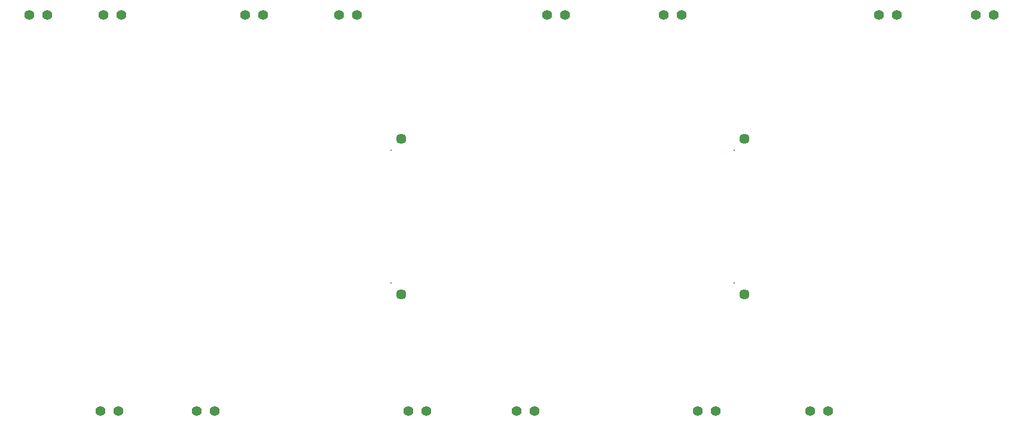
<source format=gbr>
%TF.GenerationSoftware,Altium Limited,Altium Designer,19.1.8 (144)*%
G04 Layer_Color=16711935*
%FSLAX26Y26*%
%MOIN*%
%TF.FileFunction,Soldermask,Bot*%
%TF.Part,Single*%
G01*
G75*
%TA.AperFunction,ComponentPad*%
%ADD20C,0.055244*%
%ADD21C,0.057087*%
%ADD22C,0.008000*%
D20*
X4725000Y196850D02*
D03*
X4625000D02*
D03*
X4100000D02*
D03*
X4000000D02*
D03*
X2990000D02*
D03*
X3090000D02*
D03*
X2485000D02*
D03*
X2385000D02*
D03*
X1305000D02*
D03*
X1205000D02*
D03*
X372047Y2401574D02*
D03*
X272047D02*
D03*
X785433D02*
D03*
X685433D02*
D03*
X1575000D02*
D03*
X1475000D02*
D03*
X2100000D02*
D03*
X2000000D02*
D03*
X3260000D02*
D03*
X3160000D02*
D03*
X3910000D02*
D03*
X3810000D02*
D03*
X5110000D02*
D03*
X5010000D02*
D03*
X5650000D02*
D03*
X5550000D02*
D03*
X770000Y196850D02*
D03*
X670000D02*
D03*
D21*
X2346850Y846456D02*
D03*
Y1712598D02*
D03*
X4260236Y846456D02*
D03*
Y1712598D02*
D03*
D22*
X2287796Y909448D02*
D03*
Y1649606D02*
D03*
X4201182Y909448D02*
D03*
Y1649606D02*
D03*
%TF.MD5,5cc852dd5c8633cad3f8fa92cb394b81*%
M02*

</source>
